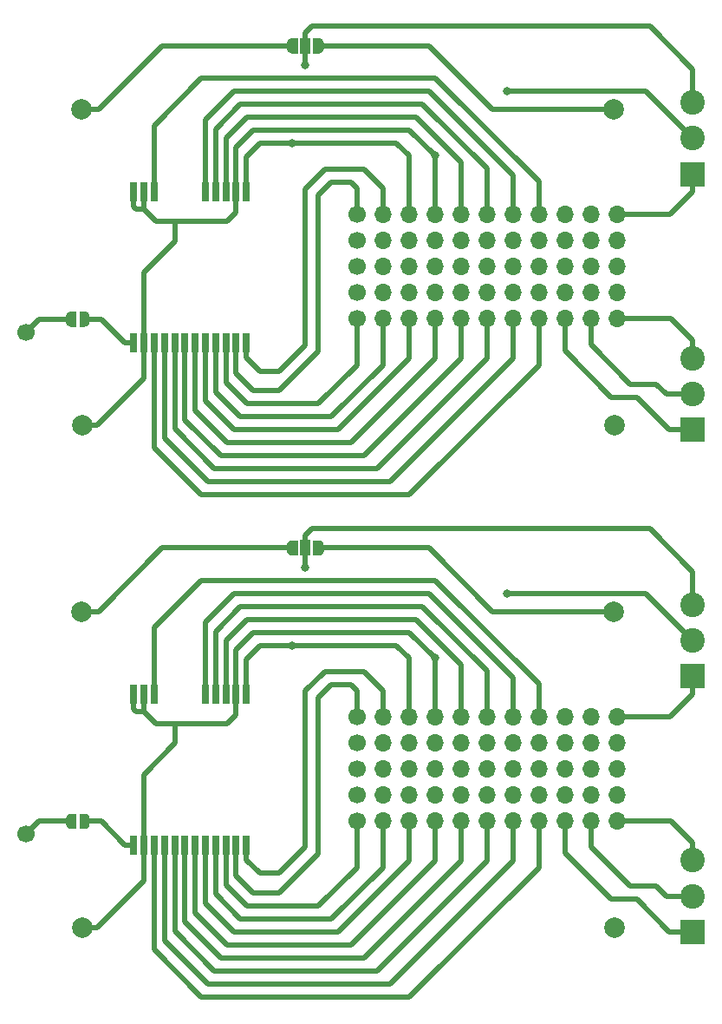
<source format=gbr>
G04 #@! TF.GenerationSoftware,KiCad,Pcbnew,5.1.5-52549c5~86~ubuntu18.04.1*
G04 #@! TF.CreationDate,2020-07-25T13:33:00-05:00*
G04 #@! TF.ProjectId,noname,6e6f6e61-6d65-42e6-9b69-6361645f7063,rev?*
G04 #@! TF.SameCoordinates,Original*
G04 #@! TF.FileFunction,Copper,L2,Bot*
G04 #@! TF.FilePolarity,Positive*
%FSLAX46Y46*%
G04 Gerber Fmt 4.6, Leading zero omitted, Abs format (unit mm)*
G04 Created by KiCad (PCBNEW 5.1.5-52549c5~86~ubuntu18.04.1) date 2020-07-25 13:33:00*
%MOMM*%
%LPD*%
G04 APERTURE LIST*
%ADD10R,0.700000X1.900000*%
%ADD11C,0.100000*%
%ADD12C,1.700000*%
%ADD13O,1.700000X1.700000*%
%ADD14R,2.400000X2.400000*%
%ADD15C,2.400000*%
%ADD16C,2.000000*%
%ADD17R,1.000000X1.500000*%
%ADD18C,0.800000*%
%ADD19C,0.500000*%
G04 APERTURE END LIST*
D10*
X126105000Y-96935000D03*
X127105000Y-96935000D03*
X128105000Y-96935000D03*
X133105000Y-96935000D03*
X134105000Y-96935000D03*
X135105000Y-96935000D03*
X136105000Y-96935000D03*
X137105000Y-96935000D03*
X137105000Y-111635000D03*
X136105000Y-111635000D03*
X135105000Y-111635000D03*
X134105000Y-111635000D03*
X133105000Y-111635000D03*
X132105000Y-111635000D03*
X131105000Y-111635000D03*
X130105000Y-111635000D03*
X129105000Y-111635000D03*
X128105000Y-111635000D03*
X127105000Y-111635000D03*
X126105000Y-111635000D03*
G04 #@! TA.AperFunction,SMDPad,CuDef*
D11*
G36*
X120800000Y-108575000D02*
G01*
X121300000Y-108575000D01*
X121300000Y-108575602D01*
X121324534Y-108575602D01*
X121373365Y-108580412D01*
X121421490Y-108589984D01*
X121468445Y-108604228D01*
X121513778Y-108623005D01*
X121557051Y-108646136D01*
X121597850Y-108673396D01*
X121635779Y-108704524D01*
X121670476Y-108739221D01*
X121701604Y-108777150D01*
X121728864Y-108817949D01*
X121751995Y-108861222D01*
X121770772Y-108906555D01*
X121785016Y-108953510D01*
X121794588Y-109001635D01*
X121799398Y-109050466D01*
X121799398Y-109075000D01*
X121800000Y-109075000D01*
X121800000Y-109575000D01*
X121799398Y-109575000D01*
X121799398Y-109599534D01*
X121794588Y-109648365D01*
X121785016Y-109696490D01*
X121770772Y-109743445D01*
X121751995Y-109788778D01*
X121728864Y-109832051D01*
X121701604Y-109872850D01*
X121670476Y-109910779D01*
X121635779Y-109945476D01*
X121597850Y-109976604D01*
X121557051Y-110003864D01*
X121513778Y-110026995D01*
X121468445Y-110045772D01*
X121421490Y-110060016D01*
X121373365Y-110069588D01*
X121324534Y-110074398D01*
X121300000Y-110074398D01*
X121300000Y-110075000D01*
X120800000Y-110075000D01*
X120800000Y-108575000D01*
G37*
G04 #@! TD.AperFunction*
G04 #@! TA.AperFunction,SMDPad,CuDef*
G36*
X120000000Y-110074398D02*
G01*
X119975466Y-110074398D01*
X119926635Y-110069588D01*
X119878510Y-110060016D01*
X119831555Y-110045772D01*
X119786222Y-110026995D01*
X119742949Y-110003864D01*
X119702150Y-109976604D01*
X119664221Y-109945476D01*
X119629524Y-109910779D01*
X119598396Y-109872850D01*
X119571136Y-109832051D01*
X119548005Y-109788778D01*
X119529228Y-109743445D01*
X119514984Y-109696490D01*
X119505412Y-109648365D01*
X119500602Y-109599534D01*
X119500602Y-109575000D01*
X119500000Y-109575000D01*
X119500000Y-109075000D01*
X119500602Y-109075000D01*
X119500602Y-109050466D01*
X119505412Y-109001635D01*
X119514984Y-108953510D01*
X119529228Y-108906555D01*
X119548005Y-108861222D01*
X119571136Y-108817949D01*
X119598396Y-108777150D01*
X119629524Y-108739221D01*
X119664221Y-108704524D01*
X119702150Y-108673396D01*
X119742949Y-108646136D01*
X119786222Y-108623005D01*
X119831555Y-108604228D01*
X119878510Y-108589984D01*
X119926635Y-108580412D01*
X119975466Y-108575602D01*
X120000000Y-108575602D01*
X120000000Y-108575000D01*
X120500000Y-108575000D01*
X120500000Y-110075000D01*
X120000000Y-110075000D01*
X120000000Y-110074398D01*
G37*
G04 #@! TD.AperFunction*
D12*
X147890000Y-109290000D03*
D13*
X150430000Y-109290000D03*
X152970000Y-109290000D03*
X155510000Y-109290000D03*
X158050000Y-109290000D03*
X160590000Y-109290000D03*
X163130000Y-109290000D03*
X165670000Y-109290000D03*
X168210000Y-109290000D03*
X170750000Y-109290000D03*
X173290000Y-109290000D03*
D14*
X180705000Y-120120000D03*
D15*
X180705000Y-116620000D03*
X180705000Y-113120000D03*
D14*
X180705000Y-95185000D03*
D15*
X180705000Y-91685000D03*
X180705000Y-88185000D03*
D16*
X121095000Y-119700000D03*
X173085000Y-119700000D03*
G04 #@! TA.AperFunction,SMDPad,CuDef*
D11*
G36*
X142125000Y-83405000D02*
G01*
X141575000Y-83405000D01*
X141575000Y-83404398D01*
X141550466Y-83404398D01*
X141501635Y-83399588D01*
X141453510Y-83390016D01*
X141406555Y-83375772D01*
X141361222Y-83356995D01*
X141317949Y-83333864D01*
X141277150Y-83306604D01*
X141239221Y-83275476D01*
X141204524Y-83240779D01*
X141173396Y-83202850D01*
X141146136Y-83162051D01*
X141123005Y-83118778D01*
X141104228Y-83073445D01*
X141089984Y-83026490D01*
X141080412Y-82978365D01*
X141075602Y-82929534D01*
X141075602Y-82905000D01*
X141075000Y-82905000D01*
X141075000Y-82405000D01*
X141075602Y-82405000D01*
X141075602Y-82380466D01*
X141080412Y-82331635D01*
X141089984Y-82283510D01*
X141104228Y-82236555D01*
X141123005Y-82191222D01*
X141146136Y-82147949D01*
X141173396Y-82107150D01*
X141204524Y-82069221D01*
X141239221Y-82034524D01*
X141277150Y-82003396D01*
X141317949Y-81976136D01*
X141361222Y-81953005D01*
X141406555Y-81934228D01*
X141453510Y-81919984D01*
X141501635Y-81910412D01*
X141550466Y-81905602D01*
X141575000Y-81905602D01*
X141575000Y-81905000D01*
X142125000Y-81905000D01*
X142125000Y-83405000D01*
G37*
G04 #@! TD.AperFunction*
G04 #@! TA.AperFunction,SMDPad,CuDef*
G36*
X144175000Y-81905602D02*
G01*
X144199534Y-81905602D01*
X144248365Y-81910412D01*
X144296490Y-81919984D01*
X144343445Y-81934228D01*
X144388778Y-81953005D01*
X144432051Y-81976136D01*
X144472850Y-82003396D01*
X144510779Y-82034524D01*
X144545476Y-82069221D01*
X144576604Y-82107150D01*
X144603864Y-82147949D01*
X144626995Y-82191222D01*
X144645772Y-82236555D01*
X144660016Y-82283510D01*
X144669588Y-82331635D01*
X144674398Y-82380466D01*
X144674398Y-82405000D01*
X144675000Y-82405000D01*
X144675000Y-82905000D01*
X144674398Y-82905000D01*
X144674398Y-82929534D01*
X144669588Y-82978365D01*
X144660016Y-83026490D01*
X144645772Y-83073445D01*
X144626995Y-83118778D01*
X144603864Y-83162051D01*
X144576604Y-83202850D01*
X144545476Y-83240779D01*
X144510779Y-83275476D01*
X144472850Y-83306604D01*
X144432051Y-83333864D01*
X144388778Y-83356995D01*
X144343445Y-83375772D01*
X144296490Y-83390016D01*
X144248365Y-83399588D01*
X144199534Y-83404398D01*
X144175000Y-83404398D01*
X144175000Y-83405000D01*
X143625000Y-83405000D01*
X143625000Y-81905000D01*
X144175000Y-81905000D01*
X144175000Y-81905602D01*
G37*
G04 #@! TD.AperFunction*
D17*
X142875000Y-82655000D03*
D16*
X173005000Y-88870000D03*
X121015000Y-88870000D03*
D12*
X147890000Y-101670000D03*
D13*
X150430000Y-101670000D03*
X152970000Y-101670000D03*
X155510000Y-101670000D03*
X158050000Y-101670000D03*
X160590000Y-101670000D03*
X163130000Y-101670000D03*
X165670000Y-101670000D03*
X168210000Y-101670000D03*
X170750000Y-101670000D03*
X173290000Y-101670000D03*
D12*
X147890000Y-99130000D03*
D13*
X150430000Y-99130000D03*
X152970000Y-99130000D03*
X155510000Y-99130000D03*
X158050000Y-99130000D03*
X160590000Y-99130000D03*
X163130000Y-99130000D03*
X165670000Y-99130000D03*
X168210000Y-99130000D03*
X170750000Y-99130000D03*
X173290000Y-99130000D03*
D12*
X147890000Y-106750000D03*
D13*
X150430000Y-106750000D03*
X152970000Y-106750000D03*
X155510000Y-106750000D03*
X158050000Y-106750000D03*
X160590000Y-106750000D03*
X163130000Y-106750000D03*
X165670000Y-106750000D03*
X168210000Y-106750000D03*
X170750000Y-106750000D03*
X173290000Y-106750000D03*
D12*
X147890000Y-104210000D03*
D13*
X150430000Y-104210000D03*
X152970000Y-104210000D03*
X155510000Y-104210000D03*
X158050000Y-104210000D03*
X160590000Y-104210000D03*
X163130000Y-104210000D03*
X165670000Y-104210000D03*
X168210000Y-104210000D03*
X170750000Y-104210000D03*
X173290000Y-104210000D03*
D12*
X115570000Y-110595000D03*
D13*
X173290000Y-52670000D03*
X170750000Y-52670000D03*
X168210000Y-52670000D03*
X165670000Y-52670000D03*
X163130000Y-52670000D03*
X160590000Y-52670000D03*
X158050000Y-52670000D03*
X155510000Y-52670000D03*
X152970000Y-52670000D03*
X150430000Y-52670000D03*
D12*
X147890000Y-52670000D03*
D13*
X173290000Y-55210000D03*
X170750000Y-55210000D03*
X168210000Y-55210000D03*
X165670000Y-55210000D03*
X163130000Y-55210000D03*
X160590000Y-55210000D03*
X158050000Y-55210000D03*
X155510000Y-55210000D03*
X152970000Y-55210000D03*
X150430000Y-55210000D03*
D12*
X147890000Y-55210000D03*
D13*
X173290000Y-57750000D03*
X170750000Y-57750000D03*
X168210000Y-57750000D03*
X165670000Y-57750000D03*
X163130000Y-57750000D03*
X160590000Y-57750000D03*
X158050000Y-57750000D03*
X155510000Y-57750000D03*
X152970000Y-57750000D03*
X150430000Y-57750000D03*
D12*
X147890000Y-57750000D03*
X115570000Y-61595000D03*
D13*
X173290000Y-50130000D03*
X170750000Y-50130000D03*
X168210000Y-50130000D03*
X165670000Y-50130000D03*
X163130000Y-50130000D03*
X160590000Y-50130000D03*
X158050000Y-50130000D03*
X155510000Y-50130000D03*
X152970000Y-50130000D03*
X150430000Y-50130000D03*
D12*
X147890000Y-50130000D03*
D13*
X173290000Y-60290000D03*
X170750000Y-60290000D03*
X168210000Y-60290000D03*
X165670000Y-60290000D03*
X163130000Y-60290000D03*
X160590000Y-60290000D03*
X158050000Y-60290000D03*
X155510000Y-60290000D03*
X152970000Y-60290000D03*
X150430000Y-60290000D03*
D12*
X147890000Y-60290000D03*
D16*
X173085000Y-70700000D03*
X121095000Y-70700000D03*
G04 #@! TA.AperFunction,SMDPad,CuDef*
D11*
G36*
X120000000Y-61074398D02*
G01*
X119975466Y-61074398D01*
X119926635Y-61069588D01*
X119878510Y-61060016D01*
X119831555Y-61045772D01*
X119786222Y-61026995D01*
X119742949Y-61003864D01*
X119702150Y-60976604D01*
X119664221Y-60945476D01*
X119629524Y-60910779D01*
X119598396Y-60872850D01*
X119571136Y-60832051D01*
X119548005Y-60788778D01*
X119529228Y-60743445D01*
X119514984Y-60696490D01*
X119505412Y-60648365D01*
X119500602Y-60599534D01*
X119500602Y-60575000D01*
X119500000Y-60575000D01*
X119500000Y-60075000D01*
X119500602Y-60075000D01*
X119500602Y-60050466D01*
X119505412Y-60001635D01*
X119514984Y-59953510D01*
X119529228Y-59906555D01*
X119548005Y-59861222D01*
X119571136Y-59817949D01*
X119598396Y-59777150D01*
X119629524Y-59739221D01*
X119664221Y-59704524D01*
X119702150Y-59673396D01*
X119742949Y-59646136D01*
X119786222Y-59623005D01*
X119831555Y-59604228D01*
X119878510Y-59589984D01*
X119926635Y-59580412D01*
X119975466Y-59575602D01*
X120000000Y-59575602D01*
X120000000Y-59575000D01*
X120500000Y-59575000D01*
X120500000Y-61075000D01*
X120000000Y-61075000D01*
X120000000Y-61074398D01*
G37*
G04 #@! TD.AperFunction*
G04 #@! TA.AperFunction,SMDPad,CuDef*
G36*
X120800000Y-59575000D02*
G01*
X121300000Y-59575000D01*
X121300000Y-59575602D01*
X121324534Y-59575602D01*
X121373365Y-59580412D01*
X121421490Y-59589984D01*
X121468445Y-59604228D01*
X121513778Y-59623005D01*
X121557051Y-59646136D01*
X121597850Y-59673396D01*
X121635779Y-59704524D01*
X121670476Y-59739221D01*
X121701604Y-59777150D01*
X121728864Y-59817949D01*
X121751995Y-59861222D01*
X121770772Y-59906555D01*
X121785016Y-59953510D01*
X121794588Y-60001635D01*
X121799398Y-60050466D01*
X121799398Y-60075000D01*
X121800000Y-60075000D01*
X121800000Y-60575000D01*
X121799398Y-60575000D01*
X121799398Y-60599534D01*
X121794588Y-60648365D01*
X121785016Y-60696490D01*
X121770772Y-60743445D01*
X121751995Y-60788778D01*
X121728864Y-60832051D01*
X121701604Y-60872850D01*
X121670476Y-60910779D01*
X121635779Y-60945476D01*
X121597850Y-60976604D01*
X121557051Y-61003864D01*
X121513778Y-61026995D01*
X121468445Y-61045772D01*
X121421490Y-61060016D01*
X121373365Y-61069588D01*
X121324534Y-61074398D01*
X121300000Y-61074398D01*
X121300000Y-61075000D01*
X120800000Y-61075000D01*
X120800000Y-59575000D01*
G37*
G04 #@! TD.AperFunction*
D17*
X142875000Y-33655000D03*
G04 #@! TA.AperFunction,SMDPad,CuDef*
D11*
G36*
X144175000Y-32905602D02*
G01*
X144199534Y-32905602D01*
X144248365Y-32910412D01*
X144296490Y-32919984D01*
X144343445Y-32934228D01*
X144388778Y-32953005D01*
X144432051Y-32976136D01*
X144472850Y-33003396D01*
X144510779Y-33034524D01*
X144545476Y-33069221D01*
X144576604Y-33107150D01*
X144603864Y-33147949D01*
X144626995Y-33191222D01*
X144645772Y-33236555D01*
X144660016Y-33283510D01*
X144669588Y-33331635D01*
X144674398Y-33380466D01*
X144674398Y-33405000D01*
X144675000Y-33405000D01*
X144675000Y-33905000D01*
X144674398Y-33905000D01*
X144674398Y-33929534D01*
X144669588Y-33978365D01*
X144660016Y-34026490D01*
X144645772Y-34073445D01*
X144626995Y-34118778D01*
X144603864Y-34162051D01*
X144576604Y-34202850D01*
X144545476Y-34240779D01*
X144510779Y-34275476D01*
X144472850Y-34306604D01*
X144432051Y-34333864D01*
X144388778Y-34356995D01*
X144343445Y-34375772D01*
X144296490Y-34390016D01*
X144248365Y-34399588D01*
X144199534Y-34404398D01*
X144175000Y-34404398D01*
X144175000Y-34405000D01*
X143625000Y-34405000D01*
X143625000Y-32905000D01*
X144175000Y-32905000D01*
X144175000Y-32905602D01*
G37*
G04 #@! TD.AperFunction*
G04 #@! TA.AperFunction,SMDPad,CuDef*
G36*
X142125000Y-34405000D02*
G01*
X141575000Y-34405000D01*
X141575000Y-34404398D01*
X141550466Y-34404398D01*
X141501635Y-34399588D01*
X141453510Y-34390016D01*
X141406555Y-34375772D01*
X141361222Y-34356995D01*
X141317949Y-34333864D01*
X141277150Y-34306604D01*
X141239221Y-34275476D01*
X141204524Y-34240779D01*
X141173396Y-34202850D01*
X141146136Y-34162051D01*
X141123005Y-34118778D01*
X141104228Y-34073445D01*
X141089984Y-34026490D01*
X141080412Y-33978365D01*
X141075602Y-33929534D01*
X141075602Y-33905000D01*
X141075000Y-33905000D01*
X141075000Y-33405000D01*
X141075602Y-33405000D01*
X141075602Y-33380466D01*
X141080412Y-33331635D01*
X141089984Y-33283510D01*
X141104228Y-33236555D01*
X141123005Y-33191222D01*
X141146136Y-33147949D01*
X141173396Y-33107150D01*
X141204524Y-33069221D01*
X141239221Y-33034524D01*
X141277150Y-33003396D01*
X141317949Y-32976136D01*
X141361222Y-32953005D01*
X141406555Y-32934228D01*
X141453510Y-32919984D01*
X141501635Y-32910412D01*
X141550466Y-32905602D01*
X141575000Y-32905602D01*
X141575000Y-32905000D01*
X142125000Y-32905000D01*
X142125000Y-34405000D01*
G37*
G04 #@! TD.AperFunction*
D15*
X180705000Y-64120000D03*
X180705000Y-67620000D03*
D14*
X180705000Y-71120000D03*
D15*
X180705000Y-39185000D03*
X180705000Y-42685000D03*
D14*
X180705000Y-46185000D03*
D16*
X121015000Y-39870000D03*
X173005000Y-39870000D03*
D10*
X126105000Y-62635000D03*
X127105000Y-62635000D03*
X128105000Y-62635000D03*
X129105000Y-62635000D03*
X130105000Y-62635000D03*
X131105000Y-62635000D03*
X132105000Y-62635000D03*
X133105000Y-62635000D03*
X134105000Y-62635000D03*
X135105000Y-62635000D03*
X136105000Y-62635000D03*
X137105000Y-62635000D03*
X137105000Y-47935000D03*
X136105000Y-47935000D03*
X135105000Y-47935000D03*
X134105000Y-47935000D03*
X133105000Y-47935000D03*
X128105000Y-47935000D03*
X127105000Y-47935000D03*
X126105000Y-47935000D03*
D18*
X162560000Y-38100000D03*
X155510000Y-44385000D03*
X162560000Y-87100000D03*
X155510000Y-93385000D03*
X142875000Y-35560000D03*
X141605000Y-43180000D03*
X142875000Y-84560000D03*
X141605000Y-92180000D03*
D19*
X122690000Y-39870000D02*
X121015000Y-39870000D01*
X141575000Y-33655000D02*
X128905000Y-33655000D01*
X128905000Y-33655000D02*
X122690000Y-39870000D01*
X128905000Y-82655000D02*
X122690000Y-88870000D01*
X141575000Y-82655000D02*
X128905000Y-82655000D01*
X122690000Y-88870000D02*
X121015000Y-88870000D01*
X173005000Y-39870000D02*
X161155000Y-39870000D01*
X154940000Y-33655000D02*
X144175000Y-33655000D01*
X161155000Y-39870000D02*
X154940000Y-33655000D01*
X161155000Y-88870000D02*
X154940000Y-82655000D01*
X173005000Y-88870000D02*
X161155000Y-88870000D01*
X154940000Y-82655000D02*
X144175000Y-82655000D01*
X136105000Y-47935000D02*
X136105000Y-49950000D01*
X136105000Y-49950000D02*
X135255000Y-50800000D01*
X127105000Y-49635000D02*
X127105000Y-47935000D01*
X128270000Y-50800000D02*
X127105000Y-49635000D01*
X127105000Y-62635000D02*
X127105000Y-55775000D01*
X130175000Y-52705000D02*
X130175000Y-50800000D01*
X127105000Y-55775000D02*
X130175000Y-52705000D01*
X135255000Y-50800000D02*
X130175000Y-50800000D01*
X130175000Y-50800000D02*
X128270000Y-50800000D01*
X126105000Y-49385000D02*
X126105000Y-47935000D01*
X126355000Y-49635000D02*
X126105000Y-49385000D01*
X127105000Y-49635000D02*
X126355000Y-49635000D01*
X121095000Y-70700000D02*
X122509213Y-70700000D01*
X127105000Y-66104213D02*
X127105000Y-62635000D01*
X122509213Y-70700000D02*
X127105000Y-66104213D01*
X155510000Y-44385000D02*
X155510000Y-50130000D01*
X153035000Y-41910000D02*
X155510000Y-44385000D01*
X136105000Y-47935000D02*
X136105000Y-43600000D01*
X137795000Y-41910000D02*
X153035000Y-41910000D01*
X136105000Y-43600000D02*
X137795000Y-41910000D01*
X180705000Y-42685000D02*
X176120000Y-38100000D01*
X176120000Y-38100000D02*
X162560000Y-38100000D01*
X121095000Y-119700000D02*
X122509213Y-119700000D01*
X127105000Y-115104213D02*
X127105000Y-111635000D01*
X180705000Y-91685000D02*
X176120000Y-87100000D01*
X176120000Y-87100000D02*
X162560000Y-87100000D01*
X136105000Y-96935000D02*
X136105000Y-92600000D01*
X135255000Y-99800000D02*
X130175000Y-99800000D01*
X127105000Y-98635000D02*
X127105000Y-96935000D01*
X130175000Y-101705000D02*
X130175000Y-99800000D01*
X127105000Y-104775000D02*
X130175000Y-101705000D01*
X136105000Y-92600000D02*
X137795000Y-90910000D01*
X128270000Y-99800000D02*
X127105000Y-98635000D01*
X126355000Y-98635000D02*
X126105000Y-98385000D01*
X127105000Y-111635000D02*
X127105000Y-104775000D01*
X122509213Y-119700000D02*
X127105000Y-115104213D01*
X127105000Y-98635000D02*
X126355000Y-98635000D01*
X155510000Y-93385000D02*
X155510000Y-99130000D01*
X153035000Y-90910000D02*
X155510000Y-93385000D01*
X136105000Y-96935000D02*
X136105000Y-98950000D01*
X136105000Y-98950000D02*
X135255000Y-99800000D01*
X130175000Y-99800000D02*
X128270000Y-99800000D01*
X126105000Y-98385000D02*
X126105000Y-96935000D01*
X137795000Y-90910000D02*
X153035000Y-90910000D01*
X152970000Y-44385000D02*
X152970000Y-50130000D01*
X151765000Y-43180000D02*
X152970000Y-44385000D01*
X137105000Y-47935000D02*
X137105000Y-44505000D01*
X137105000Y-44505000D02*
X138430000Y-43180000D01*
X142875000Y-33655000D02*
X142875000Y-35560000D01*
X138430000Y-43180000D02*
X141605000Y-43180000D01*
X141605000Y-43180000D02*
X151765000Y-43180000D01*
X142875000Y-32405000D02*
X143510000Y-31770000D01*
X142875000Y-33655000D02*
X142875000Y-32405000D01*
X143510000Y-31770000D02*
X176510000Y-31770000D01*
X180705000Y-35965000D02*
X180705000Y-39185000D01*
X176510000Y-31770000D02*
X180705000Y-35965000D01*
X152970000Y-93385000D02*
X152970000Y-99130000D01*
X151765000Y-92180000D02*
X152970000Y-93385000D01*
X137105000Y-96935000D02*
X137105000Y-93505000D01*
X180705000Y-84965000D02*
X180705000Y-88185000D01*
X176510000Y-80770000D02*
X180705000Y-84965000D01*
X138430000Y-92180000D02*
X141605000Y-92180000D01*
X142875000Y-82655000D02*
X142875000Y-81405000D01*
X137105000Y-93505000D02*
X138430000Y-92180000D01*
X142875000Y-82655000D02*
X142875000Y-84560000D01*
X141605000Y-92180000D02*
X151765000Y-92180000D01*
X142875000Y-81405000D02*
X143510000Y-80770000D01*
X143510000Y-80770000D02*
X176510000Y-80770000D01*
X173290000Y-50130000D02*
X178470000Y-50130000D01*
X180705000Y-47895000D02*
X180705000Y-46185000D01*
X178470000Y-50130000D02*
X180705000Y-47895000D01*
X178470000Y-99130000D02*
X180705000Y-96895000D01*
X173290000Y-99130000D02*
X178470000Y-99130000D01*
X180705000Y-96895000D02*
X180705000Y-95185000D01*
X178572056Y-60290000D02*
X173290000Y-60290000D01*
X180705000Y-64120000D02*
X180705000Y-62422944D01*
X180705000Y-62422944D02*
X178572056Y-60290000D01*
X180705000Y-113120000D02*
X180705000Y-111422944D01*
X180705000Y-111422944D02*
X178572056Y-109290000D01*
X178572056Y-109290000D02*
X173290000Y-109290000D01*
X170750000Y-60290000D02*
X170750000Y-62800000D01*
X170750000Y-62800000D02*
X174625000Y-66675000D01*
X174625000Y-66675000D02*
X177165000Y-66675000D01*
X178110000Y-67620000D02*
X180705000Y-67620000D01*
X177165000Y-66675000D02*
X178110000Y-67620000D01*
X174625000Y-115675000D02*
X177165000Y-115675000D01*
X178110000Y-116620000D02*
X180705000Y-116620000D01*
X177165000Y-115675000D02*
X178110000Y-116620000D01*
X170750000Y-109290000D02*
X170750000Y-111800000D01*
X170750000Y-111800000D02*
X174625000Y-115675000D01*
X168210000Y-60290000D02*
X168210000Y-63435000D01*
X168210000Y-63435000D02*
X172720000Y-67945000D01*
X172720000Y-67945000D02*
X175260000Y-67945000D01*
X178435000Y-71120000D02*
X180705000Y-71120000D01*
X175260000Y-67945000D02*
X178435000Y-71120000D01*
X168210000Y-112435000D02*
X172720000Y-116945000D01*
X172720000Y-116945000D02*
X175260000Y-116945000D01*
X178435000Y-120120000D02*
X180705000Y-120120000D01*
X175260000Y-116945000D02*
X178435000Y-120120000D01*
X168210000Y-109290000D02*
X168210000Y-112435000D01*
X122945000Y-60325000D02*
X121300000Y-60325000D01*
X126105000Y-62635000D02*
X125255000Y-62635000D01*
X125255000Y-62635000D02*
X122945000Y-60325000D01*
X126105000Y-111635000D02*
X125255000Y-111635000D01*
X125255000Y-111635000D02*
X122945000Y-109325000D01*
X122945000Y-109325000D02*
X121300000Y-109325000D01*
X128105000Y-72860000D02*
X128105000Y-62635000D01*
X132715000Y-77470000D02*
X128105000Y-72860000D01*
X165670000Y-60290000D02*
X165670000Y-64835000D01*
X153035000Y-77470000D02*
X132715000Y-77470000D01*
X165670000Y-64835000D02*
X153035000Y-77470000D01*
X128105000Y-121860000D02*
X128105000Y-111635000D01*
X132715000Y-126470000D02*
X128105000Y-121860000D01*
X165670000Y-109290000D02*
X165670000Y-113835000D01*
X153035000Y-126470000D02*
X132715000Y-126470000D01*
X165670000Y-113835000D02*
X153035000Y-126470000D01*
X129105000Y-71955000D02*
X129105000Y-62635000D01*
X133350000Y-76200000D02*
X129105000Y-71955000D01*
X163130000Y-60290000D02*
X163130000Y-64200000D01*
X151130000Y-76200000D02*
X133350000Y-76200000D01*
X163130000Y-64200000D02*
X151130000Y-76200000D01*
X151130000Y-125200000D02*
X133350000Y-125200000D01*
X129105000Y-120955000D02*
X129105000Y-111635000D01*
X163130000Y-113200000D02*
X151130000Y-125200000D01*
X133350000Y-125200000D02*
X129105000Y-120955000D01*
X163130000Y-109290000D02*
X163130000Y-113200000D01*
X133985000Y-74930000D02*
X130105000Y-71050000D01*
X130105000Y-71050000D02*
X130105000Y-62635000D01*
X149860000Y-74930000D02*
X133985000Y-74930000D01*
X160590000Y-60290000D02*
X160590000Y-64200000D01*
X160590000Y-64200000D02*
X149860000Y-74930000D01*
X160590000Y-113200000D02*
X149860000Y-123930000D01*
X149860000Y-123930000D02*
X133985000Y-123930000D01*
X160590000Y-109290000D02*
X160590000Y-113200000D01*
X133985000Y-123930000D02*
X130105000Y-120050000D01*
X130105000Y-120050000D02*
X130105000Y-111635000D01*
X131105000Y-70145000D02*
X131105000Y-62635000D01*
X134620000Y-73660000D02*
X131105000Y-70145000D01*
X148590000Y-73660000D02*
X134620000Y-73660000D01*
X158050000Y-60290000D02*
X158050000Y-64200000D01*
X158050000Y-64200000D02*
X148590000Y-73660000D01*
X158050000Y-109290000D02*
X158050000Y-113200000D01*
X158050000Y-113200000D02*
X148590000Y-122660000D01*
X148590000Y-122660000D02*
X134620000Y-122660000D01*
X131105000Y-119145000D02*
X131105000Y-111635000D01*
X134620000Y-122660000D02*
X131105000Y-119145000D01*
X135255000Y-72390000D02*
X132105000Y-69240000D01*
X147320000Y-72390000D02*
X135255000Y-72390000D01*
X132105000Y-69240000D02*
X132105000Y-62635000D01*
X155510000Y-60290000D02*
X155510000Y-64200000D01*
X155510000Y-64200000D02*
X147320000Y-72390000D01*
X147320000Y-121390000D02*
X135255000Y-121390000D01*
X132105000Y-118240000D02*
X132105000Y-111635000D01*
X135255000Y-121390000D02*
X132105000Y-118240000D01*
X155510000Y-109290000D02*
X155510000Y-113200000D01*
X155510000Y-113200000D02*
X147320000Y-121390000D01*
X133105000Y-68335000D02*
X133105000Y-62635000D01*
X135890000Y-71120000D02*
X133105000Y-68335000D01*
X152970000Y-60290000D02*
X152970000Y-64200000D01*
X146050000Y-71120000D02*
X135890000Y-71120000D01*
X152970000Y-64200000D02*
X146050000Y-71120000D01*
X133105000Y-117335000D02*
X133105000Y-111635000D01*
X135890000Y-120120000D02*
X133105000Y-117335000D01*
X152970000Y-109290000D02*
X152970000Y-113200000D01*
X146050000Y-120120000D02*
X135890000Y-120120000D01*
X152970000Y-113200000D02*
X146050000Y-120120000D01*
X134105000Y-67430000D02*
X134105000Y-62635000D01*
X145415000Y-69850000D02*
X136525000Y-69850000D01*
X136525000Y-69850000D02*
X134105000Y-67430000D01*
X150430000Y-60290000D02*
X150430000Y-64835000D01*
X150430000Y-64835000D02*
X145415000Y-69850000D01*
X134105000Y-116430000D02*
X134105000Y-111635000D01*
X150430000Y-109290000D02*
X150430000Y-113835000D01*
X150430000Y-113835000D02*
X145415000Y-118850000D01*
X145415000Y-118850000D02*
X136525000Y-118850000D01*
X136525000Y-118850000D02*
X134105000Y-116430000D01*
X135105000Y-66525000D02*
X135105000Y-62635000D01*
X137160000Y-68580000D02*
X135105000Y-66525000D01*
X144145000Y-68580000D02*
X137160000Y-68580000D01*
X147890000Y-60290000D02*
X147890000Y-64835000D01*
X147890000Y-64835000D02*
X144145000Y-68580000D01*
X135105000Y-115525000D02*
X135105000Y-111635000D01*
X137160000Y-117580000D02*
X135105000Y-115525000D01*
X144145000Y-117580000D02*
X137160000Y-117580000D01*
X147890000Y-109290000D02*
X147890000Y-113835000D01*
X147890000Y-113835000D02*
X144145000Y-117580000D01*
X165670000Y-46925000D02*
X165670000Y-50130000D01*
X132715000Y-36830000D02*
X155575000Y-36830000D01*
X155575000Y-36830000D02*
X165670000Y-46925000D01*
X128105000Y-47935000D02*
X128105000Y-41440000D01*
X128105000Y-41440000D02*
X132715000Y-36830000D01*
X165670000Y-95925000D02*
X165670000Y-99130000D01*
X132715000Y-85830000D02*
X155575000Y-85830000D01*
X128105000Y-96935000D02*
X128105000Y-90440000D01*
X128105000Y-90440000D02*
X132715000Y-85830000D01*
X155575000Y-85830000D02*
X165670000Y-95925000D01*
X135890000Y-38100000D02*
X133105000Y-40885000D01*
X154940000Y-38100000D02*
X135890000Y-38100000D01*
X163130000Y-50130000D02*
X163130000Y-46290000D01*
X133105000Y-40885000D02*
X133105000Y-47935000D01*
X163130000Y-46290000D02*
X154940000Y-38100000D01*
X154940000Y-87100000D02*
X135890000Y-87100000D01*
X163130000Y-99130000D02*
X163130000Y-95290000D01*
X133105000Y-89885000D02*
X133105000Y-96935000D01*
X163130000Y-95290000D02*
X154940000Y-87100000D01*
X135890000Y-87100000D02*
X133105000Y-89885000D01*
X134105000Y-41790000D02*
X134105000Y-47935000D01*
X136525000Y-39370000D02*
X134105000Y-41790000D01*
X154305000Y-39370000D02*
X136525000Y-39370000D01*
X160590000Y-50130000D02*
X160590000Y-45655000D01*
X160590000Y-45655000D02*
X154305000Y-39370000D01*
X160590000Y-99130000D02*
X160590000Y-94655000D01*
X160590000Y-94655000D02*
X154305000Y-88370000D01*
X134105000Y-90790000D02*
X134105000Y-96935000D01*
X136525000Y-88370000D02*
X134105000Y-90790000D01*
X154305000Y-88370000D02*
X136525000Y-88370000D01*
X135105000Y-42695000D02*
X135105000Y-47935000D01*
X137160000Y-40640000D02*
X135105000Y-42695000D01*
X153670000Y-40640000D02*
X137160000Y-40640000D01*
X158050000Y-50130000D02*
X158050000Y-45020000D01*
X158050000Y-45020000D02*
X153670000Y-40640000D01*
X135105000Y-91695000D02*
X135105000Y-96935000D01*
X137160000Y-89640000D02*
X135105000Y-91695000D01*
X153670000Y-89640000D02*
X137160000Y-89640000D01*
X158050000Y-99130000D02*
X158050000Y-94020000D01*
X158050000Y-94020000D02*
X153670000Y-89640000D01*
X116840000Y-60325000D02*
X115570000Y-61595000D01*
X120000000Y-60325000D02*
X116840000Y-60325000D01*
X116840000Y-109325000D02*
X115570000Y-110595000D01*
X120000000Y-109325000D02*
X116840000Y-109325000D01*
X150430000Y-47560000D02*
X150430000Y-50130000D01*
X148590000Y-45720000D02*
X150430000Y-47560000D01*
X137105000Y-64085000D02*
X138425000Y-65405000D01*
X144780000Y-45720000D02*
X148590000Y-45720000D01*
X137105000Y-62635000D02*
X137105000Y-64085000D01*
X142875000Y-62865000D02*
X142875000Y-47625000D01*
X138425000Y-65405000D02*
X140335000Y-65405000D01*
X142875000Y-47625000D02*
X144780000Y-45720000D01*
X140335000Y-65405000D02*
X142875000Y-62865000D01*
X144780000Y-94720000D02*
X148590000Y-94720000D01*
X137105000Y-111635000D02*
X137105000Y-113085000D01*
X142875000Y-111865000D02*
X142875000Y-96625000D01*
X138425000Y-114405000D02*
X140335000Y-114405000D01*
X142875000Y-96625000D02*
X144780000Y-94720000D01*
X140335000Y-114405000D02*
X142875000Y-111865000D01*
X150430000Y-96560000D02*
X150430000Y-99130000D01*
X148590000Y-94720000D02*
X150430000Y-96560000D01*
X137105000Y-113085000D02*
X138425000Y-114405000D01*
X136105000Y-62635000D02*
X136105000Y-65620000D01*
X136105000Y-65620000D02*
X137795000Y-67310000D01*
X137795000Y-67310000D02*
X140335000Y-67310000D01*
X140335000Y-67310000D02*
X144145000Y-63500000D01*
X144145000Y-63500000D02*
X144145000Y-48260000D01*
X144145000Y-48260000D02*
X145415000Y-46990000D01*
X145415000Y-46990000D02*
X147320000Y-46990000D01*
X147890000Y-47560000D02*
X147890000Y-50130000D01*
X147320000Y-46990000D02*
X147890000Y-47560000D01*
X140335000Y-116310000D02*
X144145000Y-112500000D01*
X144145000Y-112500000D02*
X144145000Y-97260000D01*
X136105000Y-111635000D02*
X136105000Y-114620000D01*
X136105000Y-114620000D02*
X137795000Y-116310000D01*
X137795000Y-116310000D02*
X140335000Y-116310000D01*
X147320000Y-95990000D02*
X147890000Y-96560000D01*
X144145000Y-97260000D02*
X145415000Y-95990000D01*
X145415000Y-95990000D02*
X147320000Y-95990000D01*
X147890000Y-96560000D02*
X147890000Y-99130000D01*
M02*

</source>
